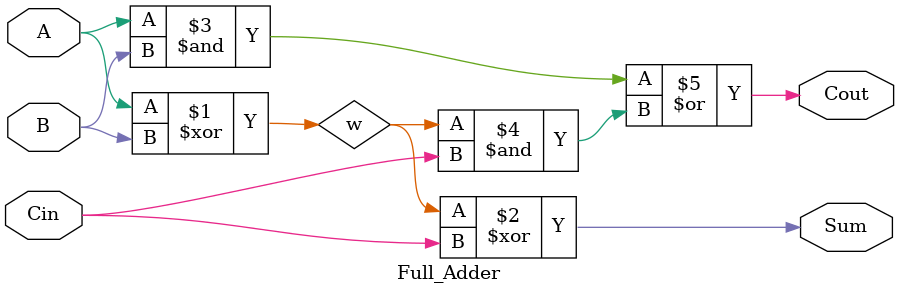
<source format=v>
`timescale 1ns / 1ps
module Full_Adder( A, B, Cin, Sum, Cout);
	input  A, B, Cin;
	output Sum, Cout;	
	wire w;
	
	assign w = A ^ B;
	assign Sum = w ^ Cin;
	assign Cout = (A & B) | (w & Cin); 
	
endmodule

</source>
